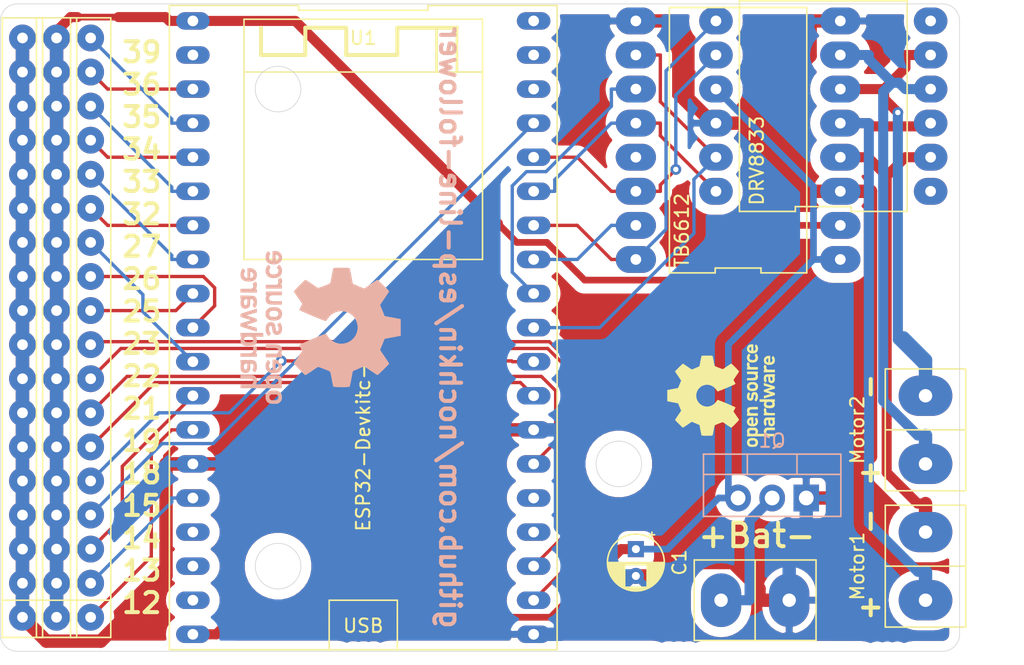
<source format=kicad_pcb>
(kicad_pcb (version 20171130) (host pcbnew "(5.1.10-1-10_14)")
  (layers (0 F.Cu signal) (31 B.Cu signal) (34 B.Paste user) (35 F.Paste user) (36 B.SilkS user) (37 F.SilkS user) (38 B.Mask user) (39 F.Mask user) (44 Edge.Cuts user))
  (net 0 "")
  (net 1 GNDD)
  (net 2 "Net-(DRV1-Pad10)")
  (net 3 "Net-(DRV1-Pad12)")
  (net 4 "Net-(DRV1-Pad14)")
  (net 5 "Net-(DRV1-Pad16)")
  (net 6 "Net-(DRV1-Pad7)")
  (net 7 "Net-(DRV1-Pad6)")
  (net 8 "Net-(DRV1-Pad5)")
  (net 9 "Net-(DRV1-Pad4)")
  (net 10 "Net-(DRV1-Pad11)")
  (net 11 "Net-(DRV1-Pad15)")
  (net 12 "Net-(Bat1-Pad2)")
  (net 13 "Net-(C1-Pad1)")
  (net 14 "Net-(CONN2-Pad1)")
  (net 15 "Net-(CONN3-Pad18)")
  (net 16 "Net-(CONN3-Pad17)")
  (net 17 "Net-(CONN3-Pad16)")
  (net 18 "Net-(CONN3-Pad15)")
  (net 19 "Net-(CONN3-Pad14)")
  (net 20 "Net-(CONN3-Pad13)")
  (net 21 "Net-(CONN3-Pad12)")
  (net 22 "Net-(CONN3-Pad11)")
  (net 23 "Net-(CONN3-Pad10)")
  (net 24 "Net-(CONN3-Pad9)")
  (net 25 "Net-(CONN3-Pad8)")
  (net 26 "Net-(CONN3-Pad7)")
  (net 27 "Net-(CONN3-Pad6)")
  (net 28 "Net-(CONN3-Pad5)")
  (net 29 "Net-(CONN3-Pad4)")
  (net 30 "Net-(CONN3-Pad3)")
  (net 31 "Net-(CONN3-Pad2)")
  (net 32 "Net-(CONN3-Pad1)")
  (module Symbol:OSHW-Logo_11.4x12mm_SilkScreen (layer B.Cu) (at 75.565 76.2 90)
    (fp_text reference REF** hide)
    (fp_text value OSHW-Logo_11.4x12mm_SilkScreen hide)
  )
  (module custom:DRV8833-12 (layer F.Cu) (at 113.03 59.69 90)
    (fp_text reference DRV2 hide)
    (fp_text value DRV8833 (at -4.064 -4.953 90) (layer F.SilkS))
    (pad 6 thru_hole oval (at 6.35 8 90) (size 2 2.5) (drill 0.8) (layers *.Cu *.Mask))
    (pad 7 thru_hole oval (at 6.35 -8 90) (size 2 2.5) (drill 0.8) (layers *.Cu *.Mask) (net 5 "Net-(DRV1-Pad16)"))
    (pad 5 thru_hole oval (at 3.81 8 90) (size 2 2.5) (drill 0.8) (layers *.Cu *.Mask) (net 7 "Net-(DRV1-Pad6)"))
    (pad 8 thru_hole oval (at 3.81 -8 90) (size 2 2.5) (drill 0.8) (layers *.Cu *.Mask) (net 4 "Net-(DRV1-Pad14)"))
    (pad 4 thru_hole oval (at 1.27 8 90) (size 2 2.5) (drill 0.8) (layers *.Cu *.Mask) (net 6 "Net-(DRV1-Pad7)"))
    (pad 9 thru_hole oval (at 1.27 -8 90) (size 2 2.5) (drill 0.8) (layers *.Cu *.Mask) (net 13 "Net-(C1-Pad1)"))
    (pad 3 thru_hole oval (at -1.27 8 90) (size 2 2.5) (drill 0.8) (layers *.Cu *.Mask) (net 8 "Net-(DRV1-Pad5)"))
    (pad 10 thru_hole oval (at -1.27 -8 90) (size 2 2.5) (drill 0.8) (layers *.Cu *.Mask) (net 1 GNDD))
    (pad 2 thru_hole oval (at -3.81 8 90) (size 2 2.5) (drill 0.8) (layers *.Cu *.Mask) (net 9 "Net-(DRV1-Pad4)"))
    (pad 11 thru_hole oval (at -3.81 -8 90) (size 2 2.5) (drill 0.8) (layers *.Cu *.Mask) (net 2 "Net-(DRV1-Pad10)"))
    (pad 1 thru_hole oval (at -6.35 8 90) (size 2 2.5) (drill 0.8) (layers *.Cu *.Mask))
    (pad 12 thru_hole oval (at -6.35 -8 90) (size 2 2.5) (drill 0.8) (layers *.Cu *.Mask) (net 3 "Net-(DRV1-Pad12)"))
  )
  (module custom:TB6612-board (layer F.Cu) (at 106.68 62.23 90)
    (fp_text reference DRV1 hide)
    (fp_text value TB6612 (at -6.731 -4.191 90) (layer F.SilkS))
    (pad 8 thru_hole oval (at 8.89 7.62 90) (size 2 3) (drill 0.8) (layers *.Cu *.Mask) (net 1 GNDD))
    (pad 9 thru_hole oval (at 8.89 -7.62 90) (size 2 3) (drill 0.8) (layers *.Cu *.Mask) (net 1 GNDD))
    (pad 7 thru_hole oval (at 6.35 7.62 90) (size 2 3) (drill 0.8) (layers *.Cu *.Mask) (net 6 "Net-(DRV1-Pad7)"))
    (pad 10 thru_hole oval (at 6.35 -7.62 90) (size 2 3) (drill 0.8) (layers *.Cu *.Mask) (net 2 "Net-(DRV1-Pad10)"))
    (pad 6 thru_hole oval (at 3.81 7.62 90) (size 2 3) (drill 0.8) (layers *.Cu *.Mask) (net 7 "Net-(DRV1-Pad6)"))
    (pad 11 thru_hole oval (at 3.81 -7.62 90) (size 2 3) (drill 0.8) (layers *.Cu *.Mask) (net 10 "Net-(DRV1-Pad11)"))
    (pad 5 thru_hole oval (at 1.27 7.62 90) (size 2 3) (drill 0.8) (layers *.Cu *.Mask) (net 8 "Net-(DRV1-Pad5)"))
    (pad 12 thru_hole oval (at 1.27 -7.62 90) (size 2 3) (drill 0.8) (layers *.Cu *.Mask) (net 3 "Net-(DRV1-Pad12)"))
    (pad 4 thru_hole oval (at -1.27 7.62 90) (size 2 3) (drill 0.8) (layers *.Cu *.Mask) (net 9 "Net-(DRV1-Pad4)"))
    (pad 13 thru_hole oval (at -1.27 -7.62 90) (size 2 3) (drill 0.8) (layers *.Cu *.Mask))
    (pad 3 thru_hole oval (at -3.81 7.62 90) (size 2 3) (drill 0.8) (layers *.Cu *.Mask) (net 1 GNDD))
    (pad 14 thru_hole oval (at -3.81 -7.62 90) (size 2 3) (drill 0.8) (layers *.Cu *.Mask) (net 4 "Net-(DRV1-Pad14)"))
    (pad 2 thru_hole oval (at -6.35 7.62 90) (size 2 3) (drill 0.8) (layers *.Cu *.Mask) (net 14 "Net-(CONN2-Pad1)"))
    (pad 15 thru_hole oval (at -6.35 -7.62 90) (size 2 3) (drill 0.8) (layers *.Cu *.Mask) (net 11 "Net-(DRV1-Pad15)"))
    (pad 1 thru_hole oval (at -8.89 7.62 90) (size 2 3) (drill 0.8) (layers *.Cu *.Mask) (net 13 "Net-(C1-Pad1)"))
    (pad 16 thru_hole oval (at -8.89 -7.62 90) (size 2 3) (drill 0.8) (layers *.Cu *.Mask) (net 5 "Net-(DRV1-Pad16)"))
  )
  (module Package_TO_SOT_THT:TO-220-3_Vertical (layer B.Cu) (at 111.76 88.9 180)
    (fp_text reference Q1 (at 2.54 4.27) (layer B.SilkS) (effects (justify mirror)))
    (fp_text value IRF9540N)
    (pad 3 thru_hole oval (at 5.08 0 180) (size 1.905 2) (drill 1.1) (layers *.Cu *.Mask) (net 13 "Net-(C1-Pad1)"))
    (pad 2 thru_hole oval (at 2.54 0 180) (size 1.905 2) (drill 1.1) (layers *.Cu *.Mask) (net 12 "Net-(Bat1-Pad2)"))
    (pad 1 thru_hole rect (at 0 0 180) (size 1.905 2) (drill 1.1) (layers *.Cu *.Mask) (net 1 GNDD))
  )
  (module Symbol:OSHW-Logo_7.5x8mm_SilkScreen (layer F.Cu) (at 105.41 81.28 90)
    (fp_text reference REF** hide)
    (fp_text value OSHW-Logo_7.5x8mm_SilkScreen hide)
  )
  (module custom:ESP32-DevKitC-V4-b (layer F.Cu) (at 78.74 76.2 270)
    (fp_text reference U1 (at -21.59 0) (layer F.SilkS))
    (fp_text value ESP32-Devkitc-V4 (at 8.001 0 90) (layer F.SilkS))
    (pad 19 thru_hole oval (at 22.86 12.7 270) (size 1.3 2.5) (drill 0.8) (layers *.Cu *.Mask) (net 13 "Net-(C1-Pad1)"))
    (pad 20 thru_hole oval (at 22.86 -12.7 270) (size 1.3 2.5) (drill 0.8) (layers *.Cu *.Mask) (net 1 GNDD))
    (pad 18 thru_hole oval (at 20.32 12.7 270) (size 1.3 2.5) (drill 0.8) (layers *.Cu *.Mask))
    (pad 21 thru_hole oval (at 20.32 -12.7 270) (size 1.3 2.5) (drill 0.8) (layers *.Cu *.Mask) (net 24 "Net-(CONN3-Pad9)"))
    (pad 17 thru_hole oval (at 17.78 12.7 270) (size 1.3 2.5) (drill 0.8) (layers *.Cu *.Mask))
    (pad 22 thru_hole oval (at 17.78 -12.7 270) (size 1.3 2.5) (drill 0.8) (layers *.Cu *.Mask) (net 25 "Net-(CONN3-Pad8)"))
    (pad 16 thru_hole oval (at 15.24 12.7 270) (size 1.3 2.5) (drill 0.8) (layers *.Cu *.Mask))
    (pad 23 thru_hole oval (at 15.24 -12.7 270) (size 1.3 2.5) (drill 0.8) (layers *.Cu *.Mask))
    (pad 15 thru_hole oval (at 12.7 12.7 270) (size 1.3 2.5) (drill 0.8) (layers *.Cu *.Mask) (net 31 "Net-(CONN3-Pad2)"))
    (pad 24 thru_hole oval (at 12.7 -12.7 270) (size 1.3 2.5) (drill 0.8) (layers *.Cu *.Mask))
    (pad 14 thru_hole oval (at 10.16 12.7 270) (size 1.3 2.5) (drill 0.8) (layers *.Cu *.Mask) (net 1 GNDD))
    (pad 25 thru_hole oval (at 10.16 -12.7 270) (size 1.3 2.5) (drill 0.8) (layers *.Cu *.Mask) (net 26 "Net-(CONN3-Pad7)"))
    (pad 13 thru_hole oval (at 7.62 12.7 270) (size 1.3 2.5) (drill 0.8) (layers *.Cu *.Mask) (net 32 "Net-(CONN3-Pad1)"))
    (pad 26 thru_hole oval (at 7.62 -12.7 270) (size 1.3 2.5) (drill 0.8) (layers *.Cu *.Mask) (net 1 GNDD))
    (pad 12 thru_hole oval (at 5.08 12.7 270) (size 1.3 2.5) (drill 0.8) (layers *.Cu *.Mask) (net 30 "Net-(CONN3-Pad3)"))
    (pad 27 thru_hole oval (at 5.08 -12.7 270) (size 1.3 2.5) (drill 0.8) (layers *.Cu *.Mask) (net 27 "Net-(CONN3-Pad6)"))
    (pad 11 thru_hole oval (at 2.54 12.7 270) (size 1.3 2.5) (drill 0.8) (layers *.Cu *.Mask) (net 21 "Net-(CONN3-Pad12)"))
    (pad 28 thru_hole oval (at 2.54 -12.7 270) (size 1.3 2.5) (drill 0.8) (layers *.Cu *.Mask) (net 28 "Net-(CONN3-Pad5)"))
    (pad 10 thru_hole oval (at 0 12.7 270) (size 1.3 2.5) (drill 0.8) (layers *.Cu *.Mask) (net 22 "Net-(CONN3-Pad11)"))
    (pad 29 thru_hole oval (at 0 -12.7 270) (size 1.3 2.5) (drill 0.8) (layers *.Cu *.Mask) (net 2 "Net-(DRV1-Pad10)"))
    (pad 9 thru_hole oval (at -2.54 12.7 270) (size 1.3 2.5) (drill 0.8) (layers *.Cu *.Mask) (net 23 "Net-(CONN3-Pad10)"))
    (pad 30 thru_hole oval (at -2.54 -12.7 270) (size 1.3 2.5) (drill 0.8) (layers *.Cu *.Mask) (net 10 "Net-(DRV1-Pad11)"))
    (pad 8 thru_hole oval (at -5.08 12.7 270) (size 1.3 2.5) (drill 0.8) (layers *.Cu *.Mask) (net 19 "Net-(CONN3-Pad14)"))
    (pad 31 thru_hole oval (at -5.08 -12.7 270) (size 1.3 2.5) (drill 0.8) (layers *.Cu *.Mask) (net 11 "Net-(DRV1-Pad15)"))
    (pad 7 thru_hole oval (at -7.62 12.7 270) (size 1.3 2.5) (drill 0.8) (layers *.Cu *.Mask) (net 20 "Net-(CONN3-Pad13)"))
    (pad 32 thru_hole oval (at -7.62 -12.7 270) (size 1.3 2.5) (drill 0.8) (layers *.Cu *.Mask) (net 5 "Net-(DRV1-Pad16)"))
    (pad 6 thru_hole oval (at -10.16 12.7 270) (size 1.3 2.5) (drill 0.8) (layers *.Cu *.Mask) (net 17 "Net-(CONN3-Pad16)"))
    (pad 33 thru_hole oval (at -10.16 -12.7 270) (size 1.3 2.5) (drill 0.8) (layers *.Cu *.Mask) (net 3 "Net-(DRV1-Pad12)"))
    (pad 5 thru_hole oval (at -12.7 12.7 270) (size 1.3 2.5) (drill 0.8) (layers *.Cu *.Mask) (net 18 "Net-(CONN3-Pad15)"))
    (pad 34 thru_hole oval (at -12.7 -12.7 270) (size 1.3 2.5) (drill 0.8) (layers *.Cu *.Mask) (net 4 "Net-(DRV1-Pad14)"))
    (pad 4 thru_hole oval (at -15.24 12.7 270) (size 1.3 2.5) (drill 0.8) (layers *.Cu *.Mask) (net 15 "Net-(CONN3-Pad18)"))
    (pad 35 thru_hole oval (at -15.24 -12.7 270) (size 1.3 2.5) (drill 0.8) (layers *.Cu *.Mask) (net 29 "Net-(CONN3-Pad4)"))
    (pad 3 thru_hole oval (at -17.78 12.7 270) (size 1.3 2.5) (drill 0.8) (layers *.Cu *.Mask) (net 16 "Net-(CONN3-Pad17)"))
    (pad 36 thru_hole oval (at -17.78 -12.7 270) (size 1.3 2.5) (drill 0.8) (layers *.Cu *.Mask))
    (pad 2 thru_hole oval (at -20.32 12.7 270) (size 1.3 2.5) (drill 0.8) (layers *.Cu *.Mask))
    (pad 37 thru_hole oval (at -20.32 -12.7 270) (size 1.3 2.5) (drill 0.8) (layers *.Cu *.Mask))
    (pad 1 thru_hole oval (at -22.86 12.7 270) (size 1.3 2.5) (drill 0.8) (layers *.Cu *.Mask) (net 14 "Net-(CONN2-Pad1)"))
    (pad 38 thru_hole oval (at -22.86 -12.7 270) (size 1.3 2.5) (drill 0.8) (layers *.Cu *.Mask))
  )
  (module custom:Conn_1x18_254 (layer F.Cu) (at 58.42 76.2 90)
    (fp_text reference CONN3 hide)
    (fp_text value Conn_1x18_254 hide)
    (pad 18 thru_hole circle (at 21.59 0 90) (size 2 2) (drill 0.8) (layers *.Cu *.Mask) (net 15 "Net-(CONN3-Pad18)"))
    (pad 17 thru_hole circle (at 19.05 0 90) (size 2 2) (drill 0.8) (layers *.Cu *.Mask) (net 16 "Net-(CONN3-Pad17)"))
    (pad 16 thru_hole circle (at 16.51 0 90) (size 2 2) (drill 0.8) (layers *.Cu *.Mask) (net 17 "Net-(CONN3-Pad16)"))
    (pad 15 thru_hole circle (at 13.97 0 90) (size 2 2) (drill 0.8) (layers *.Cu *.Mask) (net 18 "Net-(CONN3-Pad15)"))
    (pad 14 thru_hole circle (at 11.43 0 90) (size 2 2) (drill 0.8) (layers *.Cu *.Mask) (net 19 "Net-(CONN3-Pad14)"))
    (pad 13 thru_hole circle (at 8.89 0 90) (size 2 2) (drill 0.8) (layers *.Cu *.Mask) (net 20 "Net-(CONN3-Pad13)"))
    (pad 12 thru_hole circle (at 6.35 0 90) (size 2 2) (drill 0.8) (layers *.Cu *.Mask) (net 21 "Net-(CONN3-Pad12)"))
    (pad 11 thru_hole circle (at 3.81 0 90) (size 2 2) (drill 0.8) (layers *.Cu *.Mask) (net 22 "Net-(CONN3-Pad11)"))
    (pad 10 thru_hole circle (at 1.27 0 90) (size 2 2) (drill 0.8) (layers *.Cu *.Mask) (net 23 "Net-(CONN3-Pad10)"))
    (pad 9 thru_hole circle (at -1.27 0 90) (size 2 2) (drill 0.8) (layers *.Cu *.Mask) (net 24 "Net-(CONN3-Pad9)"))
    (pad 8 thru_hole circle (at -3.81 0 90) (size 2 2) (drill 0.8) (layers *.Cu *.Mask) (net 25 "Net-(CONN3-Pad8)"))
    (pad 7 thru_hole circle (at -6.35 0 90) (size 2 2) (drill 0.8) (layers *.Cu *.Mask) (net 26 "Net-(CONN3-Pad7)"))
    (pad 6 thru_hole circle (at -8.89 0 90) (size 2 2) (drill 0.8) (layers *.Cu *.Mask) (net 27 "Net-(CONN3-Pad6)"))
    (pad 5 thru_hole circle (at -11.43 0 90) (size 2 2) (drill 0.8) (layers *.Cu *.Mask) (net 28 "Net-(CONN3-Pad5)"))
    (pad 4 thru_hole circle (at -13.97 0 90) (size 2 2) (drill 0.8) (layers *.Cu *.Mask) (net 29 "Net-(CONN3-Pad4)"))
    (pad 3 thru_hole circle (at -16.51 0 90) (size 2 2) (drill 0.8) (layers *.Cu *.Mask) (net 30 "Net-(CONN3-Pad3)"))
    (pad 2 thru_hole circle (at -19.05 0 90) (size 2 2) (drill 0.8) (layers *.Cu *.Mask) (net 31 "Net-(CONN3-Pad2)"))
    (pad 1 thru_hole circle (at -21.59 0 90) (size 2 2) (drill 0.8) (layers *.Cu *.Mask) (net 32 "Net-(CONN3-Pad1)"))
  )
  (module custom:Conn_1x18_254 (layer F.Cu) (at 55.88 76.2 90)
    (fp_text reference CONN2 hide)
    (fp_text value Conn_1x18_254 hide)
    (pad 18 thru_hole circle (at 21.59 0 90) (size 2 2) (drill 0.8) (layers *.Cu *.Mask) (net 14 "Net-(CONN2-Pad1)"))
    (pad 17 thru_hole circle (at 19.05 0 90) (size 2 2) (drill 0.8) (layers *.Cu *.Mask) (net 14 "Net-(CONN2-Pad1)"))
    (pad 16 thru_hole circle (at 16.51 0 90) (size 2 2) (drill 0.8) (layers *.Cu *.Mask) (net 14 "Net-(CONN2-Pad1)"))
    (pad 15 thru_hole circle (at 13.97 0 90) (size 2 2) (drill 0.8) (layers *.Cu *.Mask) (net 14 "Net-(CONN2-Pad1)"))
    (pad 14 thru_hole circle (at 11.43 0 90) (size 2 2) (drill 0.8) (layers *.Cu *.Mask) (net 14 "Net-(CONN2-Pad1)"))
    (pad 13 thru_hole circle (at 8.89 0 90) (size 2 2) (drill 0.8) (layers *.Cu *.Mask) (net 14 "Net-(CONN2-Pad1)"))
    (pad 12 thru_hole circle (at 6.35 0 90) (size 2 2) (drill 0.8) (layers *.Cu *.Mask) (net 14 "Net-(CONN2-Pad1)"))
    (pad 11 thru_hole circle (at 3.81 0 90) (size 2 2) (drill 0.8) (layers *.Cu *.Mask) (net 14 "Net-(CONN2-Pad1)"))
    (pad 10 thru_hole circle (at 1.27 0 90) (size 2 2) (drill 0.8) (layers *.Cu *.Mask) (net 14 "Net-(CONN2-Pad1)"))
    (pad 9 thru_hole circle (at -1.27 0 90) (size 2 2) (drill 0.8) (layers *.Cu *.Mask) (net 14 "Net-(CONN2-Pad1)"))
    (pad 8 thru_hole circle (at -3.81 0 90) (size 2 2) (drill 0.8) (layers *.Cu *.Mask) (net 14 "Net-(CONN2-Pad1)"))
    (pad 7 thru_hole circle (at -6.35 0 90) (size 2 2) (drill 0.8) (layers *.Cu *.Mask) (net 14 "Net-(CONN2-Pad1)"))
    (pad 6 thru_hole circle (at -8.89 0 90) (size 2 2) (drill 0.8) (layers *.Cu *.Mask) (net 14 "Net-(CONN2-Pad1)"))
    (pad 5 thru_hole circle (at -11.43 0 90) (size 2 2) (drill 0.8) (layers *.Cu *.Mask) (net 14 "Net-(CONN2-Pad1)"))
    (pad 4 thru_hole circle (at -13.97 0 90) (size 2 2) (drill 0.8) (layers *.Cu *.Mask) (net 14 "Net-(CONN2-Pad1)"))
    (pad 3 thru_hole circle (at -16.51 0 90) (size 2 2) (drill 0.8) (layers *.Cu *.Mask) (net 14 "Net-(CONN2-Pad1)"))
    (pad 2 thru_hole circle (at -19.05 0 90) (size 2 2) (drill 0.8) (layers *.Cu *.Mask) (net 14 "Net-(CONN2-Pad1)"))
    (pad 1 thru_hole circle (at -21.59 0 90) (size 2 2) (drill 0.8) (layers *.Cu *.Mask) (net 14 "Net-(CONN2-Pad1)"))
  )
  (module custom:Conn_1x18_254 (layer F.Cu) (at 53.34 76.2 90)
    (fp_text reference CONN1 hide)
    (fp_text value Conn_1x18_254 hide)
    (pad 18 thru_hole circle (at 21.59 0 90) (size 2 2) (drill 0.8) (layers *.Cu *.Mask) (net 1 GNDD))
    (pad 17 thru_hole circle (at 19.05 0 90) (size 2 2) (drill 0.8) (layers *.Cu *.Mask) (net 1 GNDD))
    (pad 16 thru_hole circle (at 16.51 0 90) (size 2 2) (drill 0.8) (layers *.Cu *.Mask) (net 1 GNDD))
    (pad 15 thru_hole circle (at 13.97 0 90) (size 2 2) (drill 0.8) (layers *.Cu *.Mask) (net 1 GNDD))
    (pad 14 thru_hole circle (at 11.43 0 90) (size 2 2) (drill 0.8) (layers *.Cu *.Mask) (net 1 GNDD))
    (pad 13 thru_hole circle (at 8.89 0 90) (size 2 2) (drill 0.8) (layers *.Cu *.Mask) (net 1 GNDD))
    (pad 12 thru_hole circle (at 6.35 0 90) (size 2 2) (drill 0.8) (layers *.Cu *.Mask) (net 1 GNDD))
    (pad 11 thru_hole circle (at 3.81 0 90) (size 2 2) (drill 0.8) (layers *.Cu *.Mask) (net 1 GNDD))
    (pad 10 thru_hole circle (at 1.27 0 90) (size 2 2) (drill 0.8) (layers *.Cu *.Mask) (net 1 GNDD))
    (pad 9 thru_hole circle (at -1.27 0 90) (size 2 2) (drill 0.8) (layers *.Cu *.Mask) (net 1 GNDD))
    (pad 8 thru_hole circle (at -3.81 0 90) (size 2 2) (drill 0.8) (layers *.Cu *.Mask) (net 1 GNDD))
    (pad 7 thru_hole circle (at -6.35 0 90) (size 2 2) (drill 0.8) (layers *.Cu *.Mask) (net 1 GNDD))
    (pad 6 thru_hole circle (at -8.89 0 90) (size 2 2) (drill 0.8) (layers *.Cu *.Mask) (net 1 GNDD))
    (pad 5 thru_hole circle (at -11.43 0 90) (size 2 2) (drill 0.8) (layers *.Cu *.Mask) (net 1 GNDD))
    (pad 4 thru_hole circle (at -13.97 0 90) (size 2 2) (drill 0.8) (layers *.Cu *.Mask) (net 1 GNDD))
    (pad 3 thru_hole circle (at -16.51 0 90) (size 2 2) (drill 0.8) (layers *.Cu *.Mask) (net 1 GNDD))
    (pad 2 thru_hole circle (at -19.05 0 90) (size 2 2) (drill 0.8) (layers *.Cu *.Mask) (net 1 GNDD))
    (pad 1 thru_hole circle (at -21.59 0 90) (size 2 2) (drill 0.8) (layers *.Cu *.Mask) (net 1 GNDD))
  )
  (module custom:Screw_Conn_2p_508 (layer F.Cu) (at 120.65 83.82 90)
    (fp_text reference Motor2 (at 0 -5.08 90) (layer F.SilkS))
    (fp_text value Screw_Conn_2p_508 hide)
    (pad 2 thru_hole oval (at 2.54 0 90) (size 3 4) (drill 1) (layers *.Cu *.Mask) (net 7 "Net-(DRV1-Pad6)"))
    (pad 1 thru_hole oval (at -2.54 0 90) (size 3 4) (drill 1) (layers *.Cu *.Mask) (net 6 "Net-(DRV1-Pad7)"))
  )
  (module Capacitor_THT:CP_Radial_D4.0mm_P2.00mm (layer F.Cu) (at 99.06 92.71 270)
    (fp_text reference C1 (at 1 -3.25 90) (layer F.SilkS))
    (fp_text value CP)
    (pad 2 thru_hole circle (at 2 0 270) (size 1.2 1.2) (drill 0.6) (layers *.Cu *.Mask) (net 1 GNDD))
    (pad 1 thru_hole rect (at 0 0 270) (size 1.2 1.2) (drill 0.6) (layers *.Cu *.Mask) (net 13 "Net-(C1-Pad1)"))
  )
  (module custom:Screw_Conn_2p_508 (layer F.Cu) (at 120.65 93.98 90)
    (fp_text reference Motor1 (at 0 -5.08 90) (layer F.SilkS))
    (fp_text value Screw_Conn_2p_508 hide)
    (pad 2 thru_hole oval (at 2.54 0 90) (size 3 4) (drill 1) (layers *.Cu *.Mask) (net 9 "Net-(DRV1-Pad4)"))
    (pad 1 thru_hole oval (at -2.54 0 90) (size 3 4) (drill 1) (layers *.Cu *.Mask) (net 8 "Net-(DRV1-Pad5)"))
  )
  (module custom:Screw_Conn_2p_508 (layer F.Cu) (at 107.95 96.52 180)
    (fp_text reference Bat1 hide)
    (fp_text value Screw_Conn_2p_508)
    (pad 2 thru_hole oval (at 2.54 0 180) (size 3 4) (drill 1) (layers *.Cu *.Mask) (net 12 "Net-(Bat1-Pad2)"))
    (pad 1 thru_hole oval (at -2.54 0 180) (size 3 4) (drill 1) (layers *.Cu *.Mask) (net 1 GNDD))
  )
  (gr_line (start 121.92 100.33) (end 52.959 100.33) (layer Edge.Cuts) (width 0.05))
  (gr_line (start 76.2 97.79) (end 76.2 96.52) (layer F.SilkS) (width 0.12))
  (gr_line (start 81.28 97.79) (end 81.28 96.52) (layer F.SilkS) (width 0.12))
  (gr_line (start 71.12 55.88) (end 71.12 53.848) (layer F.SilkS) (width 0.3))
  (gr_line (start 74.422 55.88) (end 71.12 55.88) (layer F.SilkS) (width 0.3))
  (gr_line (start 74.422 53.848) (end 74.422 55.88) (layer F.SilkS) (width 0.3))
  (gr_line (start 77.47 53.848) (end 74.422 53.848) (layer F.SilkS) (width 0.3))
  (gr_line (start 77.47 55.88) (end 77.47 53.848) (layer F.SilkS) (width 0.3))
  (gr_line (start 81.28 55.88) (end 77.47 55.88) (layer F.SilkS) (width 0.3))
  (gr_line (start 81.28 53.848) (end 81.28 55.88) (layer F.SilkS) (width 0.3))
  (gr_line (start 84.201 53.848) (end 81.28 53.848) (layer F.SilkS) (width 0.3))
  (gr_line (start 84.201 57.15) (end 84.201 53.848) (layer F.SilkS) (width 0.2))
  (gr_line (start 85.725 53.848) (end 84.201 53.848) (layer F.SilkS) (width 0.3))
  (gr_line (start 85.725 57.15) (end 85.725 53.848) (layer F.SilkS) (width 0.2))
  (gr_line (start 87.63 57.15) (end 85.725 57.15) (layer F.SilkS) (width 0.12))
  (gr_line (start 69.85 57.15) (end 87.63 57.15) (layer F.SilkS) (width 0.12))
  (gr_line (start 87.63 53.213) (end 69.85 53.213) (layer F.SilkS) (width 0.12))
  (gr_line (start 87.63 71.12) (end 87.63 53.213) (layer F.SilkS) (width 0.12))
  (gr_line (start 69.85 71.12) (end 87.63 71.12) (layer F.SilkS) (width 0.12))
  (gr_line (start 69.85 53.213) (end 69.85 71.12) (layer F.SilkS) (width 0.12))
  (gr_text github.com/nochkin/esp-line-follower (at 85.217 76.2 -90) (layer B.SilkS) (effects (font (size 1.5 1.5) (thickness 0.3)) (justify mirror)))
  (gr_text USB (at 78.74 98.425) (layer F.SilkS) (effects (font (size 1 1))))
  (gr_line (start 76.2 100.203) (end 76.2 99.949) (layer F.SilkS) (width 0.12))
  (gr_line (start 81.28 97.79) (end 81.28 100.203) (layer F.SilkS) (width 0.12))
  (gr_line (start 76.2 96.52) (end 81.28 96.52) (layer F.SilkS) (width 0.12))
  (gr_line (start 76.2 99.949) (end 76.2 97.79) (layer F.SilkS) (width 0.12))
  (gr_text "+    -" (at 116.459 93.853 90) (layer F.SilkS) (effects (font (size 1.5 1.5) (thickness 0.3))))
  (gr_text "+    -" (at 116.459 83.82 90) (layer F.SilkS) (effects (font (size 1.5 1.5) (thickness 0.3))))
  (gr_line (start 52.959 52.07) (end 53.34 52.07) (layer Edge.Cuts) (width 0.05))
  (gr_line (start 51.689 99.06) (end 51.689 53.34) (layer Edge.Cuts) (width 0.05))
  (gr_line (start 121.92 52.07) (end 53.34 52.07) (layer Edge.Cuts) (width 0.05))
  (gr_line (start 123.19 53.34) (end 123.19 99.06) (layer Edge.Cuts) (width 0.05))
  (gr_arc (start 121.92 53.34) (end 123.19 53.34) (angle -90) (layer Edge.Cuts) (width 0.05))
  (gr_arc (start 52.959 53.34) (end 52.959 52.07) (angle -90) (layer Edge.Cuts) (width 0.05))
  (gr_arc (start 52.959 99.06) (end 51.689 99.06) (angle -90) (layer Edge.Cuts) (width 0.05))
  (gr_arc (start 121.92 99.06) (end 121.92 100.33) (angle -90) (layer Edge.Cuts) (width 0.05))
  (gr_text +Bat- (at 108.077 91.694) (layer F.SilkS) (effects (font (size 1.75 1.75) (thickness 0.3))))
  (gr_text "39\n36\n35\n34\n33\n32\n27\n26\n25\n23\n22\n21\n19\n18\n15\n14\n13\n12" (at 62.23 76.2) (layer F.SilkS) (effects (font (size 1.5 1.5) (thickness 0.3))))
  (gr_circle (center 97.79 86.36) (end 99.49 86.36) (layer Edge.Cuts) (width 0.05))
  (gr_circle (center 72.39 93.98) (end 74.09 93.98) (layer Edge.Cuts) (width 0.05))
  (gr_circle (center 72.39 58.42) (end 74.09 58.42) (layer Edge.Cuts) (width 0.05))
  (segment (start 111.76 88.9) (end 113.4628 88.9) (width 1) (layer F.Cu) (net 1))
  (segment (start 114.3 66.04) (end 116.5503 66.04) (width 1) (layer F.Cu) (net 1))
  (segment (start 113.4628 88.9) (end 116.5503 85.8125) (width 1) (layer F.Cu) (net 1))
  (segment (start 116.5503 85.8125) (end 116.5503 66.04) (width 1) (layer F.Cu) (net 1))
  (segment (start 66.04 86.36) (end 64.0397 86.36) (width 1) (layer F.Cu) (net 1))
  (segment (start 64.0397 86.36) (end 64.0397 94.7073) (width 1) (layer F.Cu) (net 1))
  (segment (start 64.0397 94.7073) (end 59.1774 99.5696) (width 1) (layer F.Cu) (net 1))
  (segment (start 59.1774 99.5696) (end 55.1196 99.5696) (width 1) (layer F.Cu) (net 1))
  (segment (start 55.1196 99.5696) (end 53.34 97.79) (width 1) (layer F.Cu) (net 1))
  (segment (start 89.4397 83.82) (end 86.8997 86.36) (width 1) (layer F.Cu) (net 1))
  (segment (start 97.1296 94.71) (end 99.06 94.71) (width 1) (layer B.Cu) (net 1))
  (segment (start 93.4403 83.82) (end 93.4403 91.0207) (width 1) (layer B.Cu) (net 1))
  (segment (start 93.4403 91.0207) (end 97.1296 94.71) (width 1) (layer B.Cu) (net 1))
  (segment (start 97.1296 94.71) (end 93.4403 98.3993) (width 1) (layer B.Cu) (net 1))
  (segment (start 93.4403 98.3993) (end 93.4403 99.06) (width 1) (layer B.Cu) (net 1))
  (segment (start 91.44 99.06) (end 93.4403 99.06) (width 1) (layer B.Cu) (net 1))
  (segment (start 91.44 83.82) (end 93.4403 83.82) (width 1) (layer B.Cu) (net 1))
  (segment (start 91.44 83.82) (end 89.4397 83.82) (width 1) (layer F.Cu) (net 1))
  (segment (start 110.49 96.52) (end 108.2397 96.52) (width 1) (layer F.Cu) (net 1))
  (segment (start 108.2397 96.52) (end 108.2397 95.6586) (width 1) (layer F.Cu) (net 1))
  (segment (start 108.2397 95.6586) (end 106.2915 93.7104) (width 1) (layer F.Cu) (net 1))
  (segment (start 106.2915 93.7104) (end 103.5096 93.7104) (width 1) (layer F.Cu) (net 1))
  (segment (start 103.5096 93.7104) (end 102.51 94.71) (width 1) (layer F.Cu) (net 1))
  (segment (start 102.51 94.71) (end 99.06 94.71) (width 1) (layer F.Cu) (net 1))
  (segment (start 114.3 53.34) (end 112.0497 53.34) (width 1) (layer F.Cu) (net 1))
  (segment (start 112.0497 53.34) (end 112.0497 55.9406) (width 1) (layer F.Cu) (net 1))
  (segment (start 112.0497 55.9406) (end 107.0303 60.96) (width 1) (layer F.Cu) (net 1))
  (segment (start 99.06 53.34) (end 101.3103 53.34) (width 1) (layer F.Cu) (net 1))
  (segment (start 101.3103 53.34) (end 102.9384 54.9681) (width 1) (layer F.Cu) (net 1))
  (segment (start 102.9384 54.9681) (end 102.9384 59.1126) (width 1) (layer F.Cu) (net 1))
  (segment (start 102.9384 59.1126) (end 104.7858 60.96) (width 1) (layer F.Cu) (net 1))
  (segment (start 104.7858 60.96) (end 105.03 60.96) (width 1) (layer F.Cu) (net 1))
  (segment (start 105.03 60.96) (end 107.0303 60.96) (width 1) (layer F.Cu) (net 1))
  (segment (start 114.3 66.04) (end 112.0497 66.04) (width 1) (layer F.Cu) (net 1))
  (segment (start 112.0497 66.04) (end 107.0303 61.0206) (width 1) (layer F.Cu) (net 1))
  (segment (start 107.0303 61.0206) (end 107.0303 60.96) (width 1) (layer F.Cu) (net 1))
  (segment (start 110.49 93.7697) (end 111.76 92.4997) (width 1) (layer B.Cu) (net 1))
  (segment (start 111.76 92.4997) (end 111.76 88.9) (width 1) (layer B.Cu) (net 1))
  (segment (start 53.34 59.69) (end 53.34 57.15) (width 1) (layer B.Cu) (net 1))
  (segment (start 53.34 62.23) (end 53.34 59.69) (width 1) (layer B.Cu) (net 1))
  (segment (start 53.34 64.77) (end 53.34 62.23) (width 1) (layer B.Cu) (net 1))
  (segment (start 53.34 67.31) (end 53.34 64.77) (width 1) (layer B.Cu) (net 1))
  (segment (start 53.34 69.85) (end 53.34 67.31) (width 1) (layer B.Cu) (net 1))
  (segment (start 53.34 72.39) (end 53.34 69.85) (width 1) (layer B.Cu) (net 1))
  (segment (start 53.34 74.93) (end 53.34 72.39) (width 1) (layer B.Cu) (net 1))
  (segment (start 53.34 77.47) (end 53.34 74.93) (width 1) (layer B.Cu) (net 1))
  (segment (start 53.34 80.01) (end 53.34 77.47) (width 1) (layer B.Cu) (net 1))
  (segment (start 53.34 82.55) (end 53.34 80.01) (width 1) (layer B.Cu) (net 1))
  (segment (start 53.34 85.09) (end 53.34 82.55) (width 1) (layer B.Cu) (net 1))
  (segment (start 53.34 87.63) (end 53.34 85.09) (width 1) (layer B.Cu) (net 1))
  (segment (start 53.34 90.17) (end 53.34 87.63) (width 1) (layer B.Cu) (net 1))
  (segment (start 53.34 92.71) (end 53.34 90.17) (width 1) (layer B.Cu) (net 1))
  (segment (start 53.34 95.25) (end 53.34 92.71) (width 1) (layer B.Cu) (net 1))
  (segment (start 53.34 97.79) (end 53.34 95.25) (width 1) (layer B.Cu) (net 1))
  (segment (start 110.49 96.52) (end 110.49 93.7697) (width 1) (layer B.Cu) (net 1))
  (segment (start 53.34 54.61) (end 53.34 57.15) (width 1) (layer B.Cu) (net 1))
  (segment (start 53.34 54.61) (end 53.34 97.79) (width 1) (layer F.Cu) (net 1))
  (segment (start 67.945 86.36) (end 64.0397 86.36) (width 1) (layer F.Cu) (net 1))
  (segment (start 86.8997 86.36) (end 67.945 86.36) (width 1) (layer F.Cu) (net 1))
  (segment (start 67.945 86.36) (end 66.04 86.36) (width 1) (layer F.Cu) (net 1))
  (segment (start 91.44 76.2) (end 96.3575 76.2) (width 0.25) (layer B.Cu) (net 2))
  (segment (start 96.3575 76.2) (end 103.3908 69.1667) (width 0.25) (layer B.Cu) (net 2))
  (segment (start 103.3908 69.1667) (end 103.3908 65.1392) (width 0.25) (layer B.Cu) (net 2))
  (segment (start 103.3908 65.1392) (end 105.03 63.5) (width 0.25) (layer B.Cu) (net 2))
  (segment (start 99.06 55.88) (end 100.8853 55.88) (width 0.25) (layer F.Cu) (net 2))
  (segment (start 100.8853 55.88) (end 100.8853 59.3553) (width 0.25) (layer F.Cu) (net 2))
  (segment (start 100.8853 59.3553) (end 105.03 63.5) (width 0.25) (layer F.Cu) (net 2))
  (segment (start 91.44 66.04) (end 93.0153 66.04) (width 0.25) (layer B.Cu) (net 3))
  (segment (start 99.06 60.96) (end 97.2347 60.96) (width 0.25) (layer B.Cu) (net 3))
  (segment (start 93.0153 66.04) (end 93.0153 65.1794) (width 0.25) (layer B.Cu) (net 3))
  (segment (start 93.0153 65.1794) (end 97.2347 60.96) (width 0.25) (layer B.Cu) (net 3))
  (segment (start 105.03 66.04) (end 100.8853 61.8953) (width 0.25) (layer F.Cu) (net 3))
  (segment (start 100.8853 61.8953) (end 100.8853 60.96) (width 0.25) (layer F.Cu) (net 3))
  (segment (start 99.06 60.96) (end 100.8853 60.96) (width 0.25) (layer F.Cu) (net 3))
  (segment (start 99.06 66.04) (end 97.2347 66.04) (width 0.25) (layer F.Cu) (net 4))
  (segment (start 91.44 63.5) (end 94.6947 63.5) (width 0.25) (layer F.Cu) (net 4))
  (segment (start 94.6947 63.5) (end 97.2347 66.04) (width 0.25) (layer F.Cu) (net 4))
  (segment (start 99.06 66.04) (end 100.8853 66.04) (width 0.25) (layer F.Cu) (net 4))
  (segment (start 100.8853 66.04) (end 100.8853 65.5617) (width 0.25) (layer F.Cu) (net 4))
  (segment (start 100.8853 65.5617) (end 102.0384 64.4086) (width 0.25) (layer F.Cu) (net 4))
  (segment (start 105.03 55.88) (end 102.0384 58.8716) (width 0.25) (layer B.Cu) (net 4))
  (segment (start 102.0384 58.8716) (end 102.0384 64.4086) (width 0.25) (layer B.Cu) (net 4))
  (via (at 102.0384 64.4086) (size 0.8) (layers F.Cu B.Cu) (net 4))
  (segment (start 99.06 71.12) (end 101.3113 68.8687) (width 0.25) (layer B.Cu) (net 5))
  (segment (start 101.3113 68.8687) (end 101.3113 57.0587) (width 0.25) (layer B.Cu) (net 5))
  (segment (start 101.3113 57.0587) (end 105.03 53.34) (width 0.25) (layer B.Cu) (net 5))
  (segment (start 99.06 71.12) (end 97.2347 71.12) (width 0.25) (layer F.Cu) (net 5))
  (segment (start 91.44 68.58) (end 94.6947 68.58) (width 0.25) (layer F.Cu) (net 5))
  (segment (start 94.6947 68.58) (end 97.2347 71.12) (width 0.25) (layer F.Cu) (net 5))
  (segment (start 114.3 55.88) (end 116.4253 55.88) (width 0.75) (layer B.Cu) (net 6))
  (segment (start 118.1727 57.9498) (end 116.4253 56.2024) (width 0.75) (layer B.Cu) (net 6))
  (segment (start 116.4253 56.2024) (end 116.4253 55.88) (width 0.75) (layer B.Cu) (net 6))
  (segment (start 118.1727 57.9498) (end 117.4953 58.6272) (width 0.75) (layer B.Cu) (net 6))
  (segment (start 117.4953 58.6272) (end 117.4953 81.6612) (width 0.75) (layer B.Cu) (net 6))
  (segment (start 117.4953 81.6612) (end 120.0688 84.2347) (width 0.75) (layer B.Cu) (net 6))
  (segment (start 120.0688 84.2347) (end 120.65 84.2347) (width 0.75) (layer B.Cu) (net 6))
  (segment (start 119.1547 58.42) (end 118.6845 57.9498) (width 0.75) (layer B.Cu) (net 6))
  (segment (start 118.6845 57.9498) (end 118.1727 57.9498) (width 0.75) (layer B.Cu) (net 6))
  (segment (start 121.03 58.42) (end 119.1547 58.42) (width 0.75) (layer B.Cu) (net 6))
  (segment (start 120.65 86.36) (end 120.65 84.2347) (width 1) (layer B.Cu) (net 6))
  (segment (start 117.5644 58.42) (end 119.1547 56.8297) (width 0.75) (layer F.Cu) (net 7))
  (segment (start 119.1547 56.8297) (end 119.1547 55.88) (width 0.75) (layer F.Cu) (net 7))
  (segment (start 115.3627 58.42) (end 117.5644 58.42) (width 0.75) (layer F.Cu) (net 7))
  (segment (start 118.5886 60.1643) (end 117.5644 59.1401) (width 0.75) (layer F.Cu) (net 7))
  (segment (start 117.5644 59.1401) (end 117.5644 58.42) (width 0.75) (layer F.Cu) (net 7))
  (segment (start 120.65 79.1547) (end 118.5886 77.0933) (width 0.75) (layer B.Cu) (net 7))
  (segment (start 118.5886 77.0933) (end 118.5886 60.1643) (width 0.75) (layer B.Cu) (net 7))
  (segment (start 121.03 55.88) (end 119.1547 55.88) (width 0.75) (layer F.Cu) (net 7))
  (segment (start 114.3 58.42) (end 115.3627 58.42) (width 0.75) (layer F.Cu) (net 7))
  (via (at 118.5886 60.1643) (size 0.8) (layers F.Cu B.Cu) (net 7))
  (segment (start 120.65 81.28) (end 120.65 79.1547) (width 1) (layer B.Cu) (net 7))
  (segment (start 120.65 79.1547) (end 120.65 78.613) (width 1) (layer B.Cu) (net 7))
  (segment (start 120.65 78.613) (end 118.999 76.962) (width 1) (layer B.Cu) (net 7))
  (segment (start 114.3 60.96) (end 116.4253 60.96) (width 0.75) (layer B.Cu) (net 8))
  (segment (start 120.65 94.3947) (end 120.0688 94.3947) (width 0.75) (layer B.Cu) (net 8))
  (segment (start 120.0688 94.3947) (end 116.4253 90.7512) (width 0.75) (layer B.Cu) (net 8))
  (segment (start 116.4253 90.7512) (end 116.4253 60.96) (width 0.75) (layer B.Cu) (net 8))
  (segment (start 114.3 60.96) (end 116.4253 60.96) (width 0.75) (layer F.Cu) (net 8))
  (segment (start 116.4253 60.96) (end 116.6641 61.1988) (width 0.75) (layer F.Cu) (net 8))
  (segment (start 116.6641 61.1988) (end 120.7912 61.1988) (width 0.75) (layer F.Cu) (net 8))
  (segment (start 120.7912 61.1988) (end 121.03 60.96) (width 0.75) (layer F.Cu) (net 8))
  (segment (start 120.65 96.52) (end 120.65 94.3947) (width 1) (layer B.Cu) (net 8))
  (segment (start 120.65 89.3147) (end 120.0688 89.3147) (width 0.75) (layer F.Cu) (net 9))
  (segment (start 120.0688 89.3147) (end 117.7552 87.0011) (width 0.75) (layer F.Cu) (net 9))
  (segment (start 117.7552 87.0011) (end 117.7552 64.8995) (width 0.75) (layer F.Cu) (net 9))
  (segment (start 114.3 63.5) (end 116.4253 63.5) (width 0.75) (layer F.Cu) (net 9))
  (segment (start 117.7552 64.8995) (end 119.1547 63.5) (width 0.75) (layer F.Cu) (net 9))
  (segment (start 116.4253 63.5) (end 116.4253 63.5696) (width 0.75) (layer F.Cu) (net 9))
  (segment (start 116.4253 63.5696) (end 117.7552 64.8995) (width 0.75) (layer F.Cu) (net 9))
  (segment (start 121.03 63.5) (end 119.1547 63.5) (width 0.75) (layer F.Cu) (net 9))
  (segment (start 120.65 91.44) (end 120.65 89.3147) (width 1) (layer F.Cu) (net 9))
  (segment (start 99.06 58.42) (end 97.2347 58.42) (width 0.25) (layer B.Cu) (net 10))
  (segment (start 91.44 73.66) (end 89.8457 72.0657) (width 0.25) (layer B.Cu) (net 10))
  (segment (start 89.8457 72.0657) (end 89.8457 65.6362) (width 0.25) (layer B.Cu) (net 10))
  (segment (start 89.8457 65.6362) (end 90.9088 64.5731) (width 0.25) (layer B.Cu) (net 10))
  (segment (start 90.9088 64.5731) (end 92.365 64.5731) (width 0.25) (layer B.Cu) (net 10))
  (segment (start 92.365 64.5731) (end 97.2347 59.7034) (width 0.25) (layer B.Cu) (net 10))
  (segment (start 97.2347 59.7034) (end 97.2347 58.42) (width 0.25) (layer B.Cu) (net 10))
  (segment (start 99.06 68.58) (end 97.2347 68.58) (width 0.25) (layer B.Cu) (net 11))
  (segment (start 91.44 71.12) (end 94.6947 71.12) (width 0.25) (layer B.Cu) (net 11))
  (segment (start 94.6947 71.12) (end 97.2347 68.58) (width 0.25) (layer B.Cu) (net 11))
  (segment (start 105.41 96.52) (end 107.5353 96.52) (width 0.75) (layer B.Cu) (net 12))
  (segment (start 107.5353 96.52) (end 107.5353 90.5847) (width 0.75) (layer B.Cu) (net 12))
  (segment (start 107.5353 90.5847) (end 109.22 88.9) (width 0.75) (layer B.Cu) (net 12))
  (segment (start 105.9536 88.9) (end 105.9536 77.4661) (width 0.5) (layer B.Cu) (net 13))
  (segment (start 105.9536 77.4661) (end 112.2997 71.12) (width 0.5) (layer B.Cu) (net 13))
  (segment (start 105.9536 88.9) (end 105.2272 88.9) (width 0.5) (layer B.Cu) (net 13))
  (segment (start 106.68 88.9) (end 105.9536 88.9) (width 0.5) (layer B.Cu) (net 13))
  (segment (start 114.3 71.12) (end 112.2997 71.12) (width 0.5) (layer B.Cu) (net 13))
  (segment (start 112.2997 71.12) (end 112.2997 65.6897) (width 0.5) (layer B.Cu) (net 13))
  (segment (start 112.2997 65.6897) (end 105.03 58.42) (width 0.5) (layer B.Cu) (net 13))
  (segment (start 99.06 92.71) (end 101.4172 92.71) (width 0.5) (layer B.Cu) (net 13))
  (segment (start 101.4172 92.71) (end 105.2272 88.9) (width 0.5) (layer B.Cu) (net 13))
  (segment (start 92.8797 97.79) (end 69.0603 97.79) (width 0.5) (layer F.Cu) (net 13))
  (segment (start 97.9597 92.71) (end 92.8797 97.79) (width 0.75) (layer F.Cu) (net 13))
  (segment (start 99.06 92.71) (end 97.9597 92.71) (width 0.75) (layer F.Cu) (net 13))
  (segment (start 67.7903 99.06) (end 69.0603 97.79) (width 0.75) (layer F.Cu) (net 13))
  (segment (start 66.04 99.06) (end 67.7903 99.06) (width 0.75) (layer F.Cu) (net 13))
  (segment (start 69.0603 97.79) (end 89.535 97.79) (width 0.75) (layer F.Cu) (net 13))
  (segment (start 57.4349 53.0551) (end 64.0048 53.0551) (width 0.5) (layer F.Cu) (net 14))
  (segment (start 90.1845 69.85) (end 92.4303 69.85) (width 0.5) (layer F.Cu) (net 14))
  (segment (start 92.4303 69.85) (end 95.2401 72.6598) (width 0.5) (layer F.Cu) (net 14))
  (segment (start 95.2401 72.6598) (end 103.3745 72.6598) (width 0.5) (layer F.Cu) (net 14))
  (segment (start 103.3745 72.6598) (end 107.4543 68.58) (width 0.5) (layer F.Cu) (net 14))
  (segment (start 107.4543 68.58) (end 114.3 68.58) (width 0.5) (layer F.Cu) (net 14))
  (segment (start 55.88 57.15) (end 55.88 54.61) (width 0.5) (layer B.Cu) (net 14))
  (segment (start 55.88 59.69) (end 55.88 57.15) (width 0.5) (layer B.Cu) (net 14))
  (segment (start 55.88 62.23) (end 55.88 59.69) (width 0.5) (layer B.Cu) (net 14))
  (segment (start 55.88 64.77) (end 55.88 62.23) (width 0.5) (layer B.Cu) (net 14))
  (segment (start 55.88 67.31) (end 55.88 64.77) (width 0.5) (layer B.Cu) (net 14))
  (segment (start 55.88 69.85) (end 55.88 67.31) (width 0.5) (layer B.Cu) (net 14))
  (segment (start 55.88 72.39) (end 55.88 69.85) (width 0.5) (layer B.Cu) (net 14))
  (segment (start 55.88 74.93) (end 55.88 72.39) (width 0.5) (layer B.Cu) (net 14))
  (segment (start 55.88 77.47) (end 55.88 74.93) (width 0.5) (layer B.Cu) (net 14))
  (segment (start 55.88 80.01) (end 55.88 77.47) (width 0.5) (layer B.Cu) (net 14))
  (segment (start 55.88 82.55) (end 55.88 80.01) (width 0.5) (layer B.Cu) (net 14))
  (segment (start 55.88 85.09) (end 55.88 82.55) (width 0.5) (layer B.Cu) (net 14))
  (segment (start 55.88 87.63) (end 55.88 85.09) (width 0.5) (layer B.Cu) (net 14))
  (segment (start 55.88 90.17) (end 55.88 87.63) (width 0.5) (layer B.Cu) (net 14))
  (segment (start 55.88 92.71) (end 55.88 90.17) (width 0.5) (layer B.Cu) (net 14))
  (segment (start 55.88 95.25) (end 55.88 92.71) (width 0.5) (layer B.Cu) (net 14))
  (segment (start 55.88 97.79) (end 55.88 95.25) (width 0.5) (layer B.Cu) (net 14))
  (segment (start 55.88 54.102) (end 56.9269 53.0551) (width 0.75) (layer F.Cu) (net 14))
  (segment (start 56.9269 53.0551) (end 57.4349 53.0551) (width 0.75) (layer F.Cu) (net 14))
  (segment (start 55.88 54.61) (end 55.88 54.102) (width 0.75) (layer F.Cu) (net 14))
  (segment (start 64.2897 53.34) (end 64.0048 53.0551) (width 0.75) (layer F.Cu) (net 14))
  (segment (start 66.04 53.34) (end 64.2897 53.34) (width 0.75) (layer F.Cu) (net 14))
  (segment (start 64.0048 53.0551) (end 60.4829 53.0551) (width 0.75) (layer F.Cu) (net 14))
  (segment (start 66.04 53.34) (end 73.6745 53.34) (width 0.75) (layer F.Cu) (net 14))
  (segment (start 73.6745 53.34) (end 88.78025 68.44575) (width 0.75) (layer F.Cu) (net 14))
  (segment (start 88.78025 68.44575) (end 90.1845 69.85) (width 0.5) (layer F.Cu) (net 14))
  (segment (start 55.88 54.61) (end 55.88 97.79) (width 1) (layer F.Cu) (net 14))
  (segment (start 55.88 97.79) (end 55.88 59.69) (width 1) (layer B.Cu) (net 14))
  (segment (start 55.88 59.69) (end 55.88 54.61) (width 1) (layer B.Cu) (net 14))
  (segment (start 66.04 60.96) (end 64.4647 60.96) (width 0.25) (layer B.Cu) (net 15))
  (segment (start 58.42 54.61) (end 64.4647 60.6547) (width 0.25) (layer B.Cu) (net 15))
  (segment (start 64.4647 60.6547) (end 64.4647 60.96) (width 0.25) (layer B.Cu) (net 15))
  (segment (start 58.42 57.15) (end 59.69 58.42) (width 0.25) (layer F.Cu) (net 16))
  (segment (start 59.69 58.42) (end 66.04 58.42) (width 0.25) (layer F.Cu) (net 16))
  (segment (start 66.04 66.04) (end 64.4647 66.04) (width 0.25) (layer B.Cu) (net 17))
  (segment (start 58.42 59.69) (end 64.4647 65.7347) (width 0.25) (layer B.Cu) (net 17))
  (segment (start 64.4647 65.7347) (end 64.4647 66.04) (width 0.25) (layer B.Cu) (net 17))
  (segment (start 58.42 62.23) (end 59.69 63.5) (width 0.25) (layer F.Cu) (net 18))
  (segment (start 59.69 63.5) (end 66.04 63.5) (width 0.25) (layer F.Cu) (net 18))
  (segment (start 66.04 71.12) (end 64.4647 71.12) (width 0.25) (layer B.Cu) (net 19))
  (segment (start 58.42 64.77) (end 64.4647 70.8147) (width 0.25) (layer B.Cu) (net 19))
  (segment (start 64.4647 70.8147) (end 64.4647 71.12) (width 0.25) (layer B.Cu) (net 19))
  (segment (start 58.42 67.31) (end 59.69 68.58) (width 0.25) (layer F.Cu) (net 20))
  (segment (start 59.69 68.58) (end 66.04 68.58) (width 0.25) (layer F.Cu) (net 20))
  (segment (start 58.42 69.85) (end 62.3166 73.7466) (width 0.25) (layer B.Cu) (net 21))
  (segment (start 62.3166 73.7466) (end 62.3166 75.0166) (width 0.25) (layer B.Cu) (net 21))
  (segment (start 62.3166 75.0166) (end 66.04 78.74) (width 0.25) (layer B.Cu) (net 21))
  (segment (start 58.42 72.39) (end 66.8231 72.39) (width 0.25) (layer F.Cu) (net 22))
  (segment (start 66.8231 72.39) (end 67.6626 73.2295) (width 0.25) (layer F.Cu) (net 22))
  (segment (start 67.6626 73.2295) (end 67.6626 74.5774) (width 0.25) (layer F.Cu) (net 22))
  (segment (start 67.6626 74.5774) (end 66.04 76.2) (width 0.25) (layer F.Cu) (net 22))
  (segment (start 58.42 74.93) (end 64.77 74.93) (width 0.25) (layer F.Cu) (net 23))
  (segment (start 64.77 74.93) (end 66.04 73.66) (width 0.25) (layer F.Cu) (net 23))
  (segment (start 58.42 77.47) (end 58.641 77.249) (width 0.25) (layer F.Cu) (net 24))
  (segment (start 58.641 77.249) (end 92.6188 77.249) (width 0.25) (layer F.Cu) (net 24))
  (segment (start 92.6188 77.249) (end 94.013 78.6432) (width 0.25) (layer F.Cu) (net 24))
  (segment (start 94.013 78.6432) (end 94.013 93.947) (width 0.25) (layer F.Cu) (net 24))
  (segment (start 94.013 93.947) (end 91.44 96.52) (width 0.25) (layer F.Cu) (net 24))
  (segment (start 58.42 80.01) (end 60.6759 77.7541) (width 0.25) (layer F.Cu) (net 25))
  (segment (start 60.6759 77.7541) (end 92.487 77.7541) (width 0.25) (layer F.Cu) (net 25))
  (segment (start 92.487 77.7541) (end 93.5626 78.8297) (width 0.25) (layer F.Cu) (net 25))
  (segment (start 93.5626 78.8297) (end 93.5626 91.8574) (width 0.25) (layer F.Cu) (net 25))
  (segment (start 93.5626 91.8574) (end 91.44 93.98) (width 0.25) (layer F.Cu) (net 25))
  (segment (start 58.42 82.55) (end 61.1323 79.8377) (width 0.25) (layer F.Cu) (net 26))
  (segment (start 61.1323 79.8377) (end 92.0171 79.8377) (width 0.25) (layer F.Cu) (net 26))
  (segment (start 92.0171 79.8377) (end 93.0821 80.9027) (width 0.25) (layer F.Cu) (net 26))
  (segment (start 93.0821 80.9027) (end 93.0821 84.7179) (width 0.25) (layer F.Cu) (net 26))
  (segment (start 93.0821 84.7179) (end 91.44 86.36) (width 0.25) (layer F.Cu) (net 26))
  (segment (start 58.42 85.09) (end 63.2164 80.2936) (width 0.25) (layer F.Cu) (net 27))
  (segment (start 63.2164 80.2936) (end 90.4536 80.2936) (width 0.25) (layer F.Cu) (net 27))
  (segment (start 90.4536 80.2936) (end 91.44 81.28) (width 0.25) (layer F.Cu) (net 27))
  (segment (start 91.44 78.74) (end 89.8647 78.74) (width 0.25) (layer F.Cu) (net 28))
  (segment (start 72.6266 78.6821) (end 89.8068 78.6821) (width 0.25) (layer F.Cu) (net 28))
  (segment (start 89.8068 78.6821) (end 89.8647 78.74) (width 0.25) (layer F.Cu) (net 28))
  (segment (start 58.42 87.63) (end 63.5 82.55) (width 0.25) (layer B.Cu) (net 28))
  (segment (start 63.5 82.55) (end 68.7587 82.55) (width 0.25) (layer B.Cu) (net 28))
  (segment (start 68.7587 82.55) (end 72.6266 78.6821) (width 0.25) (layer B.Cu) (net 28))
  (via (at 72.6266 78.6821) (size 0.8) (layers F.Cu B.Cu) (net 28))
  (segment (start 58.42 90.17) (end 63.7461 84.8439) (width 0.25) (layer B.Cu) (net 29))
  (segment (start 63.7461 84.8439) (end 67.5561 84.8439) (width 0.25) (layer B.Cu) (net 29))
  (segment (start 67.5561 84.8439) (end 91.44 60.96) (width 0.25) (layer B.Cu) (net 29))
  (segment (start 58.42 92.71) (end 60.7813 90.3487) (width 0.25) (layer F.Cu) (net 30))
  (segment (start 60.7813 90.3487) (end 60.7813 86.5387) (width 0.25) (layer F.Cu) (net 30))
  (segment (start 60.7813 86.5387) (end 66.04 81.28) (width 0.25) (layer F.Cu) (net 30))
  (segment (start 66.04 88.9) (end 64.4647 88.9) (width 0.25) (layer B.Cu) (net 31))
  (segment (start 58.42 95.25) (end 64.4647 89.2053) (width 0.25) (layer B.Cu) (net 31))
  (segment (start 64.4647 89.2053) (end 64.4647 88.9) (width 0.25) (layer B.Cu) (net 31))
  (segment (start 66.04 83.82) (end 64.4647 83.82) (width 0.25) (layer F.Cu) (net 32))
  (segment (start 58.42 97.79) (end 62.943 93.267) (width 0.25) (layer F.Cu) (net 32))
  (segment (start 62.943 93.267) (end 62.943 85.3417) (width 0.25) (layer F.Cu) (net 32))
  (segment (start 62.943 85.3417) (end 64.4647 83.82) (width 0.25) (layer F.Cu) (net 32))
  (zone (net 1) (net_name GNDD) (layer F.Cu) (connect_pads (clearance 0.75)) (min_thickness 0.254) (fill yes (arc_segments 32) (thermal_gap 0.508) (thermal_bridge_width 0.508) (smoothing fillet) (radius 1))
    (polygon (pts (xy 123.19 53.213) (xy 123.19 99.06) (xy 122.301 100.33) (xy 52.705 100.33) (xy 51.816 99.06) (xy 51.816 53.086) (xy 52.705 52.07) (xy 122.301 52.07)))
  )
  (zone (net 1) (net_name GNDD) (layer B.Cu) (connect_pads (clearance 0.75)) (min_thickness 0.254) (fill yes (arc_segments 32) (thermal_gap 0.508) (thermal_bridge_width 0.508) (smoothing fillet) (radius 1))
    (polygon (pts (xy 123.317 53.213) (xy 123.317 99.06) (xy 122.428 100.33) (xy 52.578 100.33) (xy 51.816 99.06) (xy 51.816 53.086) (xy 52.959 52.07) (xy 122.047 52.07)))
  )
)
</source>
